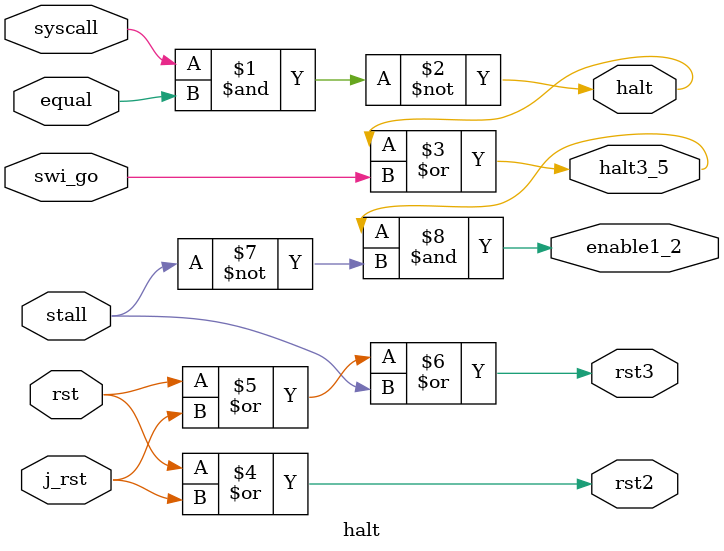
<source format=v>
module halt(
	rst,halt,swi_go,
	stall,j_rst,
    syscall,equal,
    enable1_2,rst2,rst3,halt3_5
    );
	input rst,swi_go;
	input stall,j_rst,syscall;
	input equal;
	output halt,halt3_5;
	output enable1_2,rst2,rst3;
	assign halt = ~(syscall & equal );
	assign halt3_5 = halt | swi_go;
	assign rst2 = rst | j_rst;
	assign rst3 = rst | j_rst | stall;
	assign enable1_2 = halt3_5 & (~stall);
endmodule

</source>
